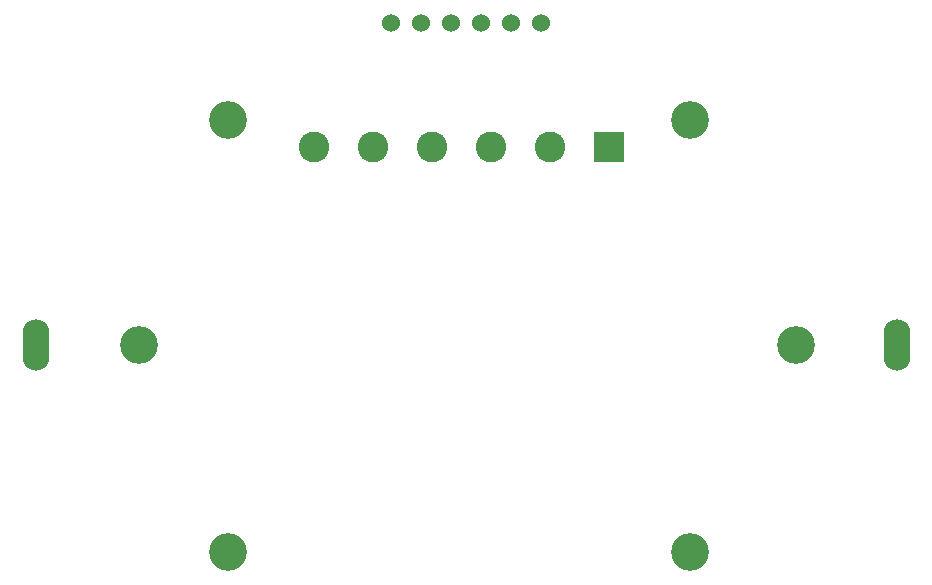
<source format=gbr>
%TF.GenerationSoftware,KiCad,Pcbnew,7.0.9*%
%TF.CreationDate,2024-02-26T23:44:44+01:00*%
%TF.ProjectId,esp32c3,65737033-3263-4332-9e6b-696361645f70,rev?*%
%TF.SameCoordinates,Original*%
%TF.FileFunction,Soldermask,Bot*%
%TF.FilePolarity,Negative*%
%FSLAX46Y46*%
G04 Gerber Fmt 4.6, Leading zero omitted, Abs format (unit mm)*
G04 Created by KiCad (PCBNEW 7.0.9) date 2024-02-26 23:44:44*
%MOMM*%
%LPD*%
G01*
G04 APERTURE LIST*
%ADD10C,3.200000*%
%ADD11R,2.600000X2.600000*%
%ADD12C,2.600000*%
%ADD13O,2.274000X4.344000*%
%ADD14C,1.524000*%
G04 APERTURE END LIST*
D10*
%TO.C,MH3*%
X172212000Y-93218000D03*
%TD*%
%TO.C,MH3*%
X172212000Y-56642000D03*
%TD*%
%TO.C,MH3*%
X133096000Y-93218000D03*
%TD*%
%TO.C,MH3*%
X133096000Y-56642000D03*
%TD*%
D11*
%TO.C,J1*%
X165354000Y-58928000D03*
D12*
X160354000Y-58928000D03*
X155354000Y-58928000D03*
X150354000Y-58928000D03*
X145354000Y-58928000D03*
X140354000Y-58928000D03*
%TD*%
D10*
%TO.C,BT1*%
X181221000Y-75692000D03*
X125606000Y-75692000D03*
D13*
X189716000Y-75692000D03*
X116816000Y-75692000D03*
%TD*%
D14*
%TO.C,U1*%
X159639000Y-48387000D03*
X157099000Y-48387000D03*
X154559000Y-48387000D03*
X152019000Y-48387000D03*
X149479000Y-48387000D03*
X146939000Y-48387000D03*
%TD*%
M02*

</source>
